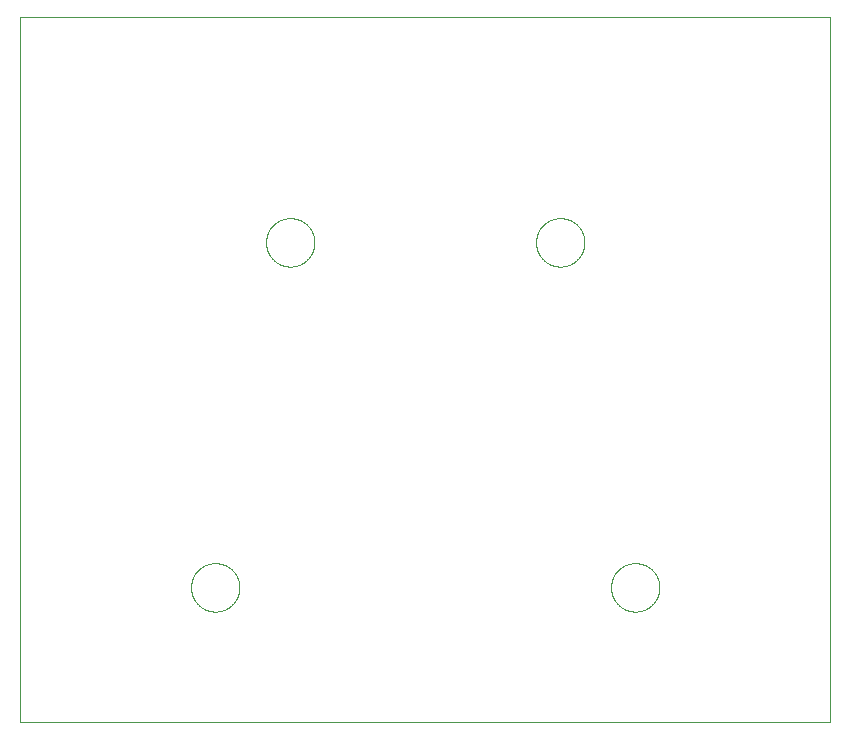
<source format=gko>
G75*
%MOIN*%
%OFA0B0*%
%FSLAX25Y25*%
%IPPOS*%
%LPD*%
%AMOC8*
5,1,8,0,0,1.08239X$1,22.5*
%
%ADD10C,0.00000*%
D10*
X0002200Y0002200D02*
X0002200Y0237161D01*
X0272200Y0237200D01*
X0272200Y0002200D01*
X0002200Y0002200D01*
X0059129Y0047200D02*
X0059131Y0047398D01*
X0059139Y0047596D01*
X0059151Y0047794D01*
X0059168Y0047991D01*
X0059190Y0048188D01*
X0059216Y0048384D01*
X0059248Y0048580D01*
X0059284Y0048775D01*
X0059325Y0048968D01*
X0059371Y0049161D01*
X0059421Y0049353D01*
X0059477Y0049543D01*
X0059536Y0049732D01*
X0059601Y0049919D01*
X0059670Y0050105D01*
X0059743Y0050289D01*
X0059821Y0050471D01*
X0059904Y0050651D01*
X0059991Y0050829D01*
X0060082Y0051005D01*
X0060178Y0051178D01*
X0060277Y0051349D01*
X0060381Y0051518D01*
X0060489Y0051684D01*
X0060601Y0051847D01*
X0060717Y0052008D01*
X0060837Y0052166D01*
X0060961Y0052320D01*
X0061089Y0052472D01*
X0061220Y0052620D01*
X0061355Y0052765D01*
X0061493Y0052907D01*
X0061635Y0053045D01*
X0061780Y0053180D01*
X0061928Y0053311D01*
X0062080Y0053439D01*
X0062234Y0053563D01*
X0062392Y0053683D01*
X0062553Y0053799D01*
X0062716Y0053911D01*
X0062882Y0054019D01*
X0063051Y0054123D01*
X0063222Y0054222D01*
X0063395Y0054318D01*
X0063571Y0054409D01*
X0063749Y0054496D01*
X0063929Y0054579D01*
X0064111Y0054657D01*
X0064295Y0054730D01*
X0064481Y0054799D01*
X0064668Y0054864D01*
X0064857Y0054923D01*
X0065047Y0054979D01*
X0065239Y0055029D01*
X0065432Y0055075D01*
X0065625Y0055116D01*
X0065820Y0055152D01*
X0066016Y0055184D01*
X0066212Y0055210D01*
X0066409Y0055232D01*
X0066606Y0055249D01*
X0066804Y0055261D01*
X0067002Y0055269D01*
X0067200Y0055271D01*
X0067398Y0055269D01*
X0067596Y0055261D01*
X0067794Y0055249D01*
X0067991Y0055232D01*
X0068188Y0055210D01*
X0068384Y0055184D01*
X0068580Y0055152D01*
X0068775Y0055116D01*
X0068968Y0055075D01*
X0069161Y0055029D01*
X0069353Y0054979D01*
X0069543Y0054923D01*
X0069732Y0054864D01*
X0069919Y0054799D01*
X0070105Y0054730D01*
X0070289Y0054657D01*
X0070471Y0054579D01*
X0070651Y0054496D01*
X0070829Y0054409D01*
X0071005Y0054318D01*
X0071178Y0054222D01*
X0071349Y0054123D01*
X0071518Y0054019D01*
X0071684Y0053911D01*
X0071847Y0053799D01*
X0072008Y0053683D01*
X0072166Y0053563D01*
X0072320Y0053439D01*
X0072472Y0053311D01*
X0072620Y0053180D01*
X0072765Y0053045D01*
X0072907Y0052907D01*
X0073045Y0052765D01*
X0073180Y0052620D01*
X0073311Y0052472D01*
X0073439Y0052320D01*
X0073563Y0052166D01*
X0073683Y0052008D01*
X0073799Y0051847D01*
X0073911Y0051684D01*
X0074019Y0051518D01*
X0074123Y0051349D01*
X0074222Y0051178D01*
X0074318Y0051005D01*
X0074409Y0050829D01*
X0074496Y0050651D01*
X0074579Y0050471D01*
X0074657Y0050289D01*
X0074730Y0050105D01*
X0074799Y0049919D01*
X0074864Y0049732D01*
X0074923Y0049543D01*
X0074979Y0049353D01*
X0075029Y0049161D01*
X0075075Y0048968D01*
X0075116Y0048775D01*
X0075152Y0048580D01*
X0075184Y0048384D01*
X0075210Y0048188D01*
X0075232Y0047991D01*
X0075249Y0047794D01*
X0075261Y0047596D01*
X0075269Y0047398D01*
X0075271Y0047200D01*
X0075269Y0047002D01*
X0075261Y0046804D01*
X0075249Y0046606D01*
X0075232Y0046409D01*
X0075210Y0046212D01*
X0075184Y0046016D01*
X0075152Y0045820D01*
X0075116Y0045625D01*
X0075075Y0045432D01*
X0075029Y0045239D01*
X0074979Y0045047D01*
X0074923Y0044857D01*
X0074864Y0044668D01*
X0074799Y0044481D01*
X0074730Y0044295D01*
X0074657Y0044111D01*
X0074579Y0043929D01*
X0074496Y0043749D01*
X0074409Y0043571D01*
X0074318Y0043395D01*
X0074222Y0043222D01*
X0074123Y0043051D01*
X0074019Y0042882D01*
X0073911Y0042716D01*
X0073799Y0042553D01*
X0073683Y0042392D01*
X0073563Y0042234D01*
X0073439Y0042080D01*
X0073311Y0041928D01*
X0073180Y0041780D01*
X0073045Y0041635D01*
X0072907Y0041493D01*
X0072765Y0041355D01*
X0072620Y0041220D01*
X0072472Y0041089D01*
X0072320Y0040961D01*
X0072166Y0040837D01*
X0072008Y0040717D01*
X0071847Y0040601D01*
X0071684Y0040489D01*
X0071518Y0040381D01*
X0071349Y0040277D01*
X0071178Y0040178D01*
X0071005Y0040082D01*
X0070829Y0039991D01*
X0070651Y0039904D01*
X0070471Y0039821D01*
X0070289Y0039743D01*
X0070105Y0039670D01*
X0069919Y0039601D01*
X0069732Y0039536D01*
X0069543Y0039477D01*
X0069353Y0039421D01*
X0069161Y0039371D01*
X0068968Y0039325D01*
X0068775Y0039284D01*
X0068580Y0039248D01*
X0068384Y0039216D01*
X0068188Y0039190D01*
X0067991Y0039168D01*
X0067794Y0039151D01*
X0067596Y0039139D01*
X0067398Y0039131D01*
X0067200Y0039129D01*
X0067002Y0039131D01*
X0066804Y0039139D01*
X0066606Y0039151D01*
X0066409Y0039168D01*
X0066212Y0039190D01*
X0066016Y0039216D01*
X0065820Y0039248D01*
X0065625Y0039284D01*
X0065432Y0039325D01*
X0065239Y0039371D01*
X0065047Y0039421D01*
X0064857Y0039477D01*
X0064668Y0039536D01*
X0064481Y0039601D01*
X0064295Y0039670D01*
X0064111Y0039743D01*
X0063929Y0039821D01*
X0063749Y0039904D01*
X0063571Y0039991D01*
X0063395Y0040082D01*
X0063222Y0040178D01*
X0063051Y0040277D01*
X0062882Y0040381D01*
X0062716Y0040489D01*
X0062553Y0040601D01*
X0062392Y0040717D01*
X0062234Y0040837D01*
X0062080Y0040961D01*
X0061928Y0041089D01*
X0061780Y0041220D01*
X0061635Y0041355D01*
X0061493Y0041493D01*
X0061355Y0041635D01*
X0061220Y0041780D01*
X0061089Y0041928D01*
X0060961Y0042080D01*
X0060837Y0042234D01*
X0060717Y0042392D01*
X0060601Y0042553D01*
X0060489Y0042716D01*
X0060381Y0042882D01*
X0060277Y0043051D01*
X0060178Y0043222D01*
X0060082Y0043395D01*
X0059991Y0043571D01*
X0059904Y0043749D01*
X0059821Y0043929D01*
X0059743Y0044111D01*
X0059670Y0044295D01*
X0059601Y0044481D01*
X0059536Y0044668D01*
X0059477Y0044857D01*
X0059421Y0045047D01*
X0059371Y0045239D01*
X0059325Y0045432D01*
X0059284Y0045625D01*
X0059248Y0045820D01*
X0059216Y0046016D01*
X0059190Y0046212D01*
X0059168Y0046409D01*
X0059151Y0046606D01*
X0059139Y0046804D01*
X0059131Y0047002D01*
X0059129Y0047200D01*
X0084129Y0162200D02*
X0084131Y0162398D01*
X0084139Y0162596D01*
X0084151Y0162794D01*
X0084168Y0162991D01*
X0084190Y0163188D01*
X0084216Y0163384D01*
X0084248Y0163580D01*
X0084284Y0163775D01*
X0084325Y0163968D01*
X0084371Y0164161D01*
X0084421Y0164353D01*
X0084477Y0164543D01*
X0084536Y0164732D01*
X0084601Y0164919D01*
X0084670Y0165105D01*
X0084743Y0165289D01*
X0084821Y0165471D01*
X0084904Y0165651D01*
X0084991Y0165829D01*
X0085082Y0166005D01*
X0085178Y0166178D01*
X0085277Y0166349D01*
X0085381Y0166518D01*
X0085489Y0166684D01*
X0085601Y0166847D01*
X0085717Y0167008D01*
X0085837Y0167166D01*
X0085961Y0167320D01*
X0086089Y0167472D01*
X0086220Y0167620D01*
X0086355Y0167765D01*
X0086493Y0167907D01*
X0086635Y0168045D01*
X0086780Y0168180D01*
X0086928Y0168311D01*
X0087080Y0168439D01*
X0087234Y0168563D01*
X0087392Y0168683D01*
X0087553Y0168799D01*
X0087716Y0168911D01*
X0087882Y0169019D01*
X0088051Y0169123D01*
X0088222Y0169222D01*
X0088395Y0169318D01*
X0088571Y0169409D01*
X0088749Y0169496D01*
X0088929Y0169579D01*
X0089111Y0169657D01*
X0089295Y0169730D01*
X0089481Y0169799D01*
X0089668Y0169864D01*
X0089857Y0169923D01*
X0090047Y0169979D01*
X0090239Y0170029D01*
X0090432Y0170075D01*
X0090625Y0170116D01*
X0090820Y0170152D01*
X0091016Y0170184D01*
X0091212Y0170210D01*
X0091409Y0170232D01*
X0091606Y0170249D01*
X0091804Y0170261D01*
X0092002Y0170269D01*
X0092200Y0170271D01*
X0092398Y0170269D01*
X0092596Y0170261D01*
X0092794Y0170249D01*
X0092991Y0170232D01*
X0093188Y0170210D01*
X0093384Y0170184D01*
X0093580Y0170152D01*
X0093775Y0170116D01*
X0093968Y0170075D01*
X0094161Y0170029D01*
X0094353Y0169979D01*
X0094543Y0169923D01*
X0094732Y0169864D01*
X0094919Y0169799D01*
X0095105Y0169730D01*
X0095289Y0169657D01*
X0095471Y0169579D01*
X0095651Y0169496D01*
X0095829Y0169409D01*
X0096005Y0169318D01*
X0096178Y0169222D01*
X0096349Y0169123D01*
X0096518Y0169019D01*
X0096684Y0168911D01*
X0096847Y0168799D01*
X0097008Y0168683D01*
X0097166Y0168563D01*
X0097320Y0168439D01*
X0097472Y0168311D01*
X0097620Y0168180D01*
X0097765Y0168045D01*
X0097907Y0167907D01*
X0098045Y0167765D01*
X0098180Y0167620D01*
X0098311Y0167472D01*
X0098439Y0167320D01*
X0098563Y0167166D01*
X0098683Y0167008D01*
X0098799Y0166847D01*
X0098911Y0166684D01*
X0099019Y0166518D01*
X0099123Y0166349D01*
X0099222Y0166178D01*
X0099318Y0166005D01*
X0099409Y0165829D01*
X0099496Y0165651D01*
X0099579Y0165471D01*
X0099657Y0165289D01*
X0099730Y0165105D01*
X0099799Y0164919D01*
X0099864Y0164732D01*
X0099923Y0164543D01*
X0099979Y0164353D01*
X0100029Y0164161D01*
X0100075Y0163968D01*
X0100116Y0163775D01*
X0100152Y0163580D01*
X0100184Y0163384D01*
X0100210Y0163188D01*
X0100232Y0162991D01*
X0100249Y0162794D01*
X0100261Y0162596D01*
X0100269Y0162398D01*
X0100271Y0162200D01*
X0100269Y0162002D01*
X0100261Y0161804D01*
X0100249Y0161606D01*
X0100232Y0161409D01*
X0100210Y0161212D01*
X0100184Y0161016D01*
X0100152Y0160820D01*
X0100116Y0160625D01*
X0100075Y0160432D01*
X0100029Y0160239D01*
X0099979Y0160047D01*
X0099923Y0159857D01*
X0099864Y0159668D01*
X0099799Y0159481D01*
X0099730Y0159295D01*
X0099657Y0159111D01*
X0099579Y0158929D01*
X0099496Y0158749D01*
X0099409Y0158571D01*
X0099318Y0158395D01*
X0099222Y0158222D01*
X0099123Y0158051D01*
X0099019Y0157882D01*
X0098911Y0157716D01*
X0098799Y0157553D01*
X0098683Y0157392D01*
X0098563Y0157234D01*
X0098439Y0157080D01*
X0098311Y0156928D01*
X0098180Y0156780D01*
X0098045Y0156635D01*
X0097907Y0156493D01*
X0097765Y0156355D01*
X0097620Y0156220D01*
X0097472Y0156089D01*
X0097320Y0155961D01*
X0097166Y0155837D01*
X0097008Y0155717D01*
X0096847Y0155601D01*
X0096684Y0155489D01*
X0096518Y0155381D01*
X0096349Y0155277D01*
X0096178Y0155178D01*
X0096005Y0155082D01*
X0095829Y0154991D01*
X0095651Y0154904D01*
X0095471Y0154821D01*
X0095289Y0154743D01*
X0095105Y0154670D01*
X0094919Y0154601D01*
X0094732Y0154536D01*
X0094543Y0154477D01*
X0094353Y0154421D01*
X0094161Y0154371D01*
X0093968Y0154325D01*
X0093775Y0154284D01*
X0093580Y0154248D01*
X0093384Y0154216D01*
X0093188Y0154190D01*
X0092991Y0154168D01*
X0092794Y0154151D01*
X0092596Y0154139D01*
X0092398Y0154131D01*
X0092200Y0154129D01*
X0092002Y0154131D01*
X0091804Y0154139D01*
X0091606Y0154151D01*
X0091409Y0154168D01*
X0091212Y0154190D01*
X0091016Y0154216D01*
X0090820Y0154248D01*
X0090625Y0154284D01*
X0090432Y0154325D01*
X0090239Y0154371D01*
X0090047Y0154421D01*
X0089857Y0154477D01*
X0089668Y0154536D01*
X0089481Y0154601D01*
X0089295Y0154670D01*
X0089111Y0154743D01*
X0088929Y0154821D01*
X0088749Y0154904D01*
X0088571Y0154991D01*
X0088395Y0155082D01*
X0088222Y0155178D01*
X0088051Y0155277D01*
X0087882Y0155381D01*
X0087716Y0155489D01*
X0087553Y0155601D01*
X0087392Y0155717D01*
X0087234Y0155837D01*
X0087080Y0155961D01*
X0086928Y0156089D01*
X0086780Y0156220D01*
X0086635Y0156355D01*
X0086493Y0156493D01*
X0086355Y0156635D01*
X0086220Y0156780D01*
X0086089Y0156928D01*
X0085961Y0157080D01*
X0085837Y0157234D01*
X0085717Y0157392D01*
X0085601Y0157553D01*
X0085489Y0157716D01*
X0085381Y0157882D01*
X0085277Y0158051D01*
X0085178Y0158222D01*
X0085082Y0158395D01*
X0084991Y0158571D01*
X0084904Y0158749D01*
X0084821Y0158929D01*
X0084743Y0159111D01*
X0084670Y0159295D01*
X0084601Y0159481D01*
X0084536Y0159668D01*
X0084477Y0159857D01*
X0084421Y0160047D01*
X0084371Y0160239D01*
X0084325Y0160432D01*
X0084284Y0160625D01*
X0084248Y0160820D01*
X0084216Y0161016D01*
X0084190Y0161212D01*
X0084168Y0161409D01*
X0084151Y0161606D01*
X0084139Y0161804D01*
X0084131Y0162002D01*
X0084129Y0162200D01*
X0174129Y0162200D02*
X0174131Y0162398D01*
X0174139Y0162596D01*
X0174151Y0162794D01*
X0174168Y0162991D01*
X0174190Y0163188D01*
X0174216Y0163384D01*
X0174248Y0163580D01*
X0174284Y0163775D01*
X0174325Y0163968D01*
X0174371Y0164161D01*
X0174421Y0164353D01*
X0174477Y0164543D01*
X0174536Y0164732D01*
X0174601Y0164919D01*
X0174670Y0165105D01*
X0174743Y0165289D01*
X0174821Y0165471D01*
X0174904Y0165651D01*
X0174991Y0165829D01*
X0175082Y0166005D01*
X0175178Y0166178D01*
X0175277Y0166349D01*
X0175381Y0166518D01*
X0175489Y0166684D01*
X0175601Y0166847D01*
X0175717Y0167008D01*
X0175837Y0167166D01*
X0175961Y0167320D01*
X0176089Y0167472D01*
X0176220Y0167620D01*
X0176355Y0167765D01*
X0176493Y0167907D01*
X0176635Y0168045D01*
X0176780Y0168180D01*
X0176928Y0168311D01*
X0177080Y0168439D01*
X0177234Y0168563D01*
X0177392Y0168683D01*
X0177553Y0168799D01*
X0177716Y0168911D01*
X0177882Y0169019D01*
X0178051Y0169123D01*
X0178222Y0169222D01*
X0178395Y0169318D01*
X0178571Y0169409D01*
X0178749Y0169496D01*
X0178929Y0169579D01*
X0179111Y0169657D01*
X0179295Y0169730D01*
X0179481Y0169799D01*
X0179668Y0169864D01*
X0179857Y0169923D01*
X0180047Y0169979D01*
X0180239Y0170029D01*
X0180432Y0170075D01*
X0180625Y0170116D01*
X0180820Y0170152D01*
X0181016Y0170184D01*
X0181212Y0170210D01*
X0181409Y0170232D01*
X0181606Y0170249D01*
X0181804Y0170261D01*
X0182002Y0170269D01*
X0182200Y0170271D01*
X0182398Y0170269D01*
X0182596Y0170261D01*
X0182794Y0170249D01*
X0182991Y0170232D01*
X0183188Y0170210D01*
X0183384Y0170184D01*
X0183580Y0170152D01*
X0183775Y0170116D01*
X0183968Y0170075D01*
X0184161Y0170029D01*
X0184353Y0169979D01*
X0184543Y0169923D01*
X0184732Y0169864D01*
X0184919Y0169799D01*
X0185105Y0169730D01*
X0185289Y0169657D01*
X0185471Y0169579D01*
X0185651Y0169496D01*
X0185829Y0169409D01*
X0186005Y0169318D01*
X0186178Y0169222D01*
X0186349Y0169123D01*
X0186518Y0169019D01*
X0186684Y0168911D01*
X0186847Y0168799D01*
X0187008Y0168683D01*
X0187166Y0168563D01*
X0187320Y0168439D01*
X0187472Y0168311D01*
X0187620Y0168180D01*
X0187765Y0168045D01*
X0187907Y0167907D01*
X0188045Y0167765D01*
X0188180Y0167620D01*
X0188311Y0167472D01*
X0188439Y0167320D01*
X0188563Y0167166D01*
X0188683Y0167008D01*
X0188799Y0166847D01*
X0188911Y0166684D01*
X0189019Y0166518D01*
X0189123Y0166349D01*
X0189222Y0166178D01*
X0189318Y0166005D01*
X0189409Y0165829D01*
X0189496Y0165651D01*
X0189579Y0165471D01*
X0189657Y0165289D01*
X0189730Y0165105D01*
X0189799Y0164919D01*
X0189864Y0164732D01*
X0189923Y0164543D01*
X0189979Y0164353D01*
X0190029Y0164161D01*
X0190075Y0163968D01*
X0190116Y0163775D01*
X0190152Y0163580D01*
X0190184Y0163384D01*
X0190210Y0163188D01*
X0190232Y0162991D01*
X0190249Y0162794D01*
X0190261Y0162596D01*
X0190269Y0162398D01*
X0190271Y0162200D01*
X0190269Y0162002D01*
X0190261Y0161804D01*
X0190249Y0161606D01*
X0190232Y0161409D01*
X0190210Y0161212D01*
X0190184Y0161016D01*
X0190152Y0160820D01*
X0190116Y0160625D01*
X0190075Y0160432D01*
X0190029Y0160239D01*
X0189979Y0160047D01*
X0189923Y0159857D01*
X0189864Y0159668D01*
X0189799Y0159481D01*
X0189730Y0159295D01*
X0189657Y0159111D01*
X0189579Y0158929D01*
X0189496Y0158749D01*
X0189409Y0158571D01*
X0189318Y0158395D01*
X0189222Y0158222D01*
X0189123Y0158051D01*
X0189019Y0157882D01*
X0188911Y0157716D01*
X0188799Y0157553D01*
X0188683Y0157392D01*
X0188563Y0157234D01*
X0188439Y0157080D01*
X0188311Y0156928D01*
X0188180Y0156780D01*
X0188045Y0156635D01*
X0187907Y0156493D01*
X0187765Y0156355D01*
X0187620Y0156220D01*
X0187472Y0156089D01*
X0187320Y0155961D01*
X0187166Y0155837D01*
X0187008Y0155717D01*
X0186847Y0155601D01*
X0186684Y0155489D01*
X0186518Y0155381D01*
X0186349Y0155277D01*
X0186178Y0155178D01*
X0186005Y0155082D01*
X0185829Y0154991D01*
X0185651Y0154904D01*
X0185471Y0154821D01*
X0185289Y0154743D01*
X0185105Y0154670D01*
X0184919Y0154601D01*
X0184732Y0154536D01*
X0184543Y0154477D01*
X0184353Y0154421D01*
X0184161Y0154371D01*
X0183968Y0154325D01*
X0183775Y0154284D01*
X0183580Y0154248D01*
X0183384Y0154216D01*
X0183188Y0154190D01*
X0182991Y0154168D01*
X0182794Y0154151D01*
X0182596Y0154139D01*
X0182398Y0154131D01*
X0182200Y0154129D01*
X0182002Y0154131D01*
X0181804Y0154139D01*
X0181606Y0154151D01*
X0181409Y0154168D01*
X0181212Y0154190D01*
X0181016Y0154216D01*
X0180820Y0154248D01*
X0180625Y0154284D01*
X0180432Y0154325D01*
X0180239Y0154371D01*
X0180047Y0154421D01*
X0179857Y0154477D01*
X0179668Y0154536D01*
X0179481Y0154601D01*
X0179295Y0154670D01*
X0179111Y0154743D01*
X0178929Y0154821D01*
X0178749Y0154904D01*
X0178571Y0154991D01*
X0178395Y0155082D01*
X0178222Y0155178D01*
X0178051Y0155277D01*
X0177882Y0155381D01*
X0177716Y0155489D01*
X0177553Y0155601D01*
X0177392Y0155717D01*
X0177234Y0155837D01*
X0177080Y0155961D01*
X0176928Y0156089D01*
X0176780Y0156220D01*
X0176635Y0156355D01*
X0176493Y0156493D01*
X0176355Y0156635D01*
X0176220Y0156780D01*
X0176089Y0156928D01*
X0175961Y0157080D01*
X0175837Y0157234D01*
X0175717Y0157392D01*
X0175601Y0157553D01*
X0175489Y0157716D01*
X0175381Y0157882D01*
X0175277Y0158051D01*
X0175178Y0158222D01*
X0175082Y0158395D01*
X0174991Y0158571D01*
X0174904Y0158749D01*
X0174821Y0158929D01*
X0174743Y0159111D01*
X0174670Y0159295D01*
X0174601Y0159481D01*
X0174536Y0159668D01*
X0174477Y0159857D01*
X0174421Y0160047D01*
X0174371Y0160239D01*
X0174325Y0160432D01*
X0174284Y0160625D01*
X0174248Y0160820D01*
X0174216Y0161016D01*
X0174190Y0161212D01*
X0174168Y0161409D01*
X0174151Y0161606D01*
X0174139Y0161804D01*
X0174131Y0162002D01*
X0174129Y0162200D01*
X0199129Y0047200D02*
X0199131Y0047398D01*
X0199139Y0047596D01*
X0199151Y0047794D01*
X0199168Y0047991D01*
X0199190Y0048188D01*
X0199216Y0048384D01*
X0199248Y0048580D01*
X0199284Y0048775D01*
X0199325Y0048968D01*
X0199371Y0049161D01*
X0199421Y0049353D01*
X0199477Y0049543D01*
X0199536Y0049732D01*
X0199601Y0049919D01*
X0199670Y0050105D01*
X0199743Y0050289D01*
X0199821Y0050471D01*
X0199904Y0050651D01*
X0199991Y0050829D01*
X0200082Y0051005D01*
X0200178Y0051178D01*
X0200277Y0051349D01*
X0200381Y0051518D01*
X0200489Y0051684D01*
X0200601Y0051847D01*
X0200717Y0052008D01*
X0200837Y0052166D01*
X0200961Y0052320D01*
X0201089Y0052472D01*
X0201220Y0052620D01*
X0201355Y0052765D01*
X0201493Y0052907D01*
X0201635Y0053045D01*
X0201780Y0053180D01*
X0201928Y0053311D01*
X0202080Y0053439D01*
X0202234Y0053563D01*
X0202392Y0053683D01*
X0202553Y0053799D01*
X0202716Y0053911D01*
X0202882Y0054019D01*
X0203051Y0054123D01*
X0203222Y0054222D01*
X0203395Y0054318D01*
X0203571Y0054409D01*
X0203749Y0054496D01*
X0203929Y0054579D01*
X0204111Y0054657D01*
X0204295Y0054730D01*
X0204481Y0054799D01*
X0204668Y0054864D01*
X0204857Y0054923D01*
X0205047Y0054979D01*
X0205239Y0055029D01*
X0205432Y0055075D01*
X0205625Y0055116D01*
X0205820Y0055152D01*
X0206016Y0055184D01*
X0206212Y0055210D01*
X0206409Y0055232D01*
X0206606Y0055249D01*
X0206804Y0055261D01*
X0207002Y0055269D01*
X0207200Y0055271D01*
X0207398Y0055269D01*
X0207596Y0055261D01*
X0207794Y0055249D01*
X0207991Y0055232D01*
X0208188Y0055210D01*
X0208384Y0055184D01*
X0208580Y0055152D01*
X0208775Y0055116D01*
X0208968Y0055075D01*
X0209161Y0055029D01*
X0209353Y0054979D01*
X0209543Y0054923D01*
X0209732Y0054864D01*
X0209919Y0054799D01*
X0210105Y0054730D01*
X0210289Y0054657D01*
X0210471Y0054579D01*
X0210651Y0054496D01*
X0210829Y0054409D01*
X0211005Y0054318D01*
X0211178Y0054222D01*
X0211349Y0054123D01*
X0211518Y0054019D01*
X0211684Y0053911D01*
X0211847Y0053799D01*
X0212008Y0053683D01*
X0212166Y0053563D01*
X0212320Y0053439D01*
X0212472Y0053311D01*
X0212620Y0053180D01*
X0212765Y0053045D01*
X0212907Y0052907D01*
X0213045Y0052765D01*
X0213180Y0052620D01*
X0213311Y0052472D01*
X0213439Y0052320D01*
X0213563Y0052166D01*
X0213683Y0052008D01*
X0213799Y0051847D01*
X0213911Y0051684D01*
X0214019Y0051518D01*
X0214123Y0051349D01*
X0214222Y0051178D01*
X0214318Y0051005D01*
X0214409Y0050829D01*
X0214496Y0050651D01*
X0214579Y0050471D01*
X0214657Y0050289D01*
X0214730Y0050105D01*
X0214799Y0049919D01*
X0214864Y0049732D01*
X0214923Y0049543D01*
X0214979Y0049353D01*
X0215029Y0049161D01*
X0215075Y0048968D01*
X0215116Y0048775D01*
X0215152Y0048580D01*
X0215184Y0048384D01*
X0215210Y0048188D01*
X0215232Y0047991D01*
X0215249Y0047794D01*
X0215261Y0047596D01*
X0215269Y0047398D01*
X0215271Y0047200D01*
X0215269Y0047002D01*
X0215261Y0046804D01*
X0215249Y0046606D01*
X0215232Y0046409D01*
X0215210Y0046212D01*
X0215184Y0046016D01*
X0215152Y0045820D01*
X0215116Y0045625D01*
X0215075Y0045432D01*
X0215029Y0045239D01*
X0214979Y0045047D01*
X0214923Y0044857D01*
X0214864Y0044668D01*
X0214799Y0044481D01*
X0214730Y0044295D01*
X0214657Y0044111D01*
X0214579Y0043929D01*
X0214496Y0043749D01*
X0214409Y0043571D01*
X0214318Y0043395D01*
X0214222Y0043222D01*
X0214123Y0043051D01*
X0214019Y0042882D01*
X0213911Y0042716D01*
X0213799Y0042553D01*
X0213683Y0042392D01*
X0213563Y0042234D01*
X0213439Y0042080D01*
X0213311Y0041928D01*
X0213180Y0041780D01*
X0213045Y0041635D01*
X0212907Y0041493D01*
X0212765Y0041355D01*
X0212620Y0041220D01*
X0212472Y0041089D01*
X0212320Y0040961D01*
X0212166Y0040837D01*
X0212008Y0040717D01*
X0211847Y0040601D01*
X0211684Y0040489D01*
X0211518Y0040381D01*
X0211349Y0040277D01*
X0211178Y0040178D01*
X0211005Y0040082D01*
X0210829Y0039991D01*
X0210651Y0039904D01*
X0210471Y0039821D01*
X0210289Y0039743D01*
X0210105Y0039670D01*
X0209919Y0039601D01*
X0209732Y0039536D01*
X0209543Y0039477D01*
X0209353Y0039421D01*
X0209161Y0039371D01*
X0208968Y0039325D01*
X0208775Y0039284D01*
X0208580Y0039248D01*
X0208384Y0039216D01*
X0208188Y0039190D01*
X0207991Y0039168D01*
X0207794Y0039151D01*
X0207596Y0039139D01*
X0207398Y0039131D01*
X0207200Y0039129D01*
X0207002Y0039131D01*
X0206804Y0039139D01*
X0206606Y0039151D01*
X0206409Y0039168D01*
X0206212Y0039190D01*
X0206016Y0039216D01*
X0205820Y0039248D01*
X0205625Y0039284D01*
X0205432Y0039325D01*
X0205239Y0039371D01*
X0205047Y0039421D01*
X0204857Y0039477D01*
X0204668Y0039536D01*
X0204481Y0039601D01*
X0204295Y0039670D01*
X0204111Y0039743D01*
X0203929Y0039821D01*
X0203749Y0039904D01*
X0203571Y0039991D01*
X0203395Y0040082D01*
X0203222Y0040178D01*
X0203051Y0040277D01*
X0202882Y0040381D01*
X0202716Y0040489D01*
X0202553Y0040601D01*
X0202392Y0040717D01*
X0202234Y0040837D01*
X0202080Y0040961D01*
X0201928Y0041089D01*
X0201780Y0041220D01*
X0201635Y0041355D01*
X0201493Y0041493D01*
X0201355Y0041635D01*
X0201220Y0041780D01*
X0201089Y0041928D01*
X0200961Y0042080D01*
X0200837Y0042234D01*
X0200717Y0042392D01*
X0200601Y0042553D01*
X0200489Y0042716D01*
X0200381Y0042882D01*
X0200277Y0043051D01*
X0200178Y0043222D01*
X0200082Y0043395D01*
X0199991Y0043571D01*
X0199904Y0043749D01*
X0199821Y0043929D01*
X0199743Y0044111D01*
X0199670Y0044295D01*
X0199601Y0044481D01*
X0199536Y0044668D01*
X0199477Y0044857D01*
X0199421Y0045047D01*
X0199371Y0045239D01*
X0199325Y0045432D01*
X0199284Y0045625D01*
X0199248Y0045820D01*
X0199216Y0046016D01*
X0199190Y0046212D01*
X0199168Y0046409D01*
X0199151Y0046606D01*
X0199139Y0046804D01*
X0199131Y0047002D01*
X0199129Y0047200D01*
M02*

</source>
